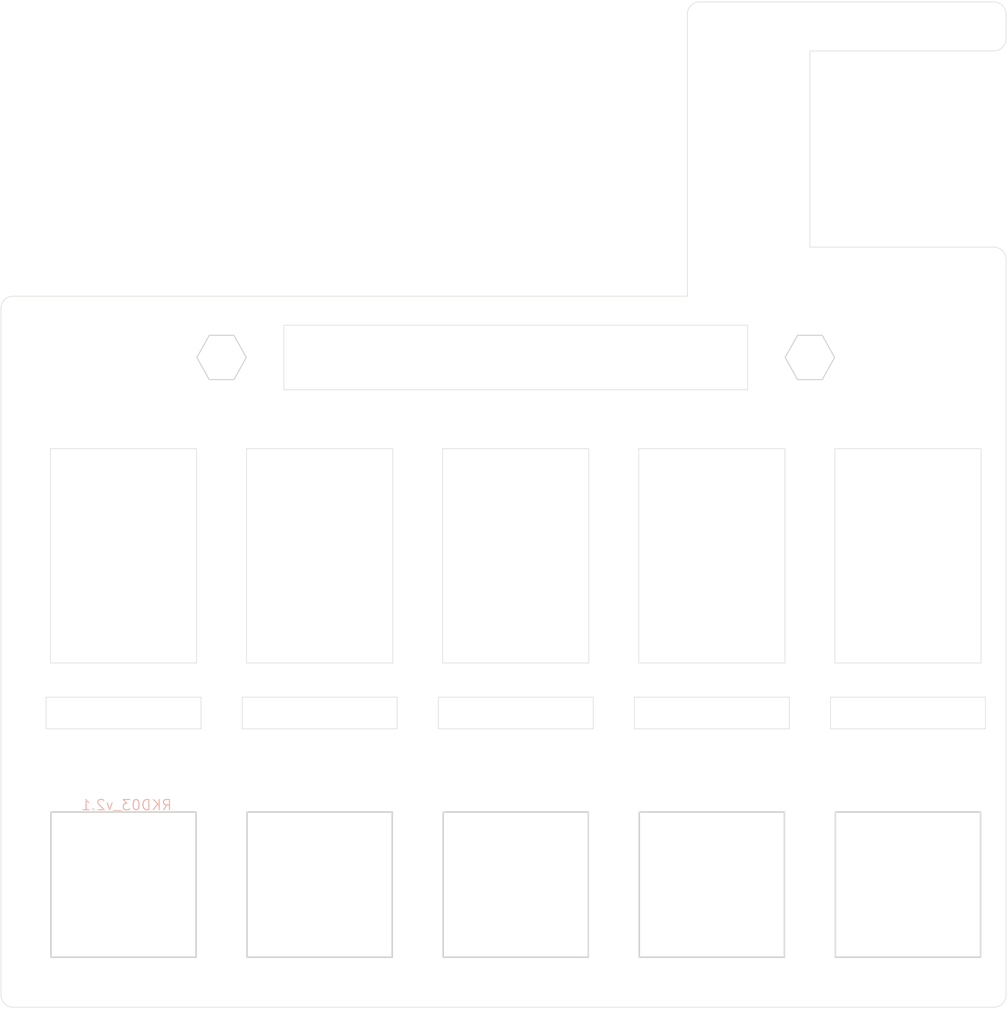
<source format=kicad_pcb>
(kicad_pcb (version 20240108) (generator "pcbnew") (generator_version "8.0")
  (layers (0 "F.Cu" signal) (31 "B.Cu" signal) (34 "B.Paste" user) (35 "F.Paste" user) (36 "B.SilkS" user "B.Silkscreen") (37 "F.SilkS" user "F.Silkscreen") (38 "B.Mask" user) (39 "F.Mask" user) (44 "Edge.Cuts" user))
  (net 0 "")
  (footprint "Rikkodo_FootPrint:rkd_KeyHall_6wx45_Cinderella" (layer "F.Cu") (at 92.86875 51.196875)
    (property "Reference" "LED3" (hide yes))
    (property "Value" "LED_SK6812MINI-E" (hide yes))
    (fp_line (start -22.525 3.1375) (end -22.525 -3.1375) (stroke (width 0.05)) (layer "Edge.Cuts"))
    (fp_line (start 22.525 -3.1375) (end -22.525 -3.1375) (stroke (width 0.05)) (layer "Edge.Cuts"))
    (fp_line (start 22.525 -3.1375) (end 22.525 3.1375) (stroke (width 0.05)) (layer "Edge.Cuts"))
    (fp_line (start 22.525 3.1375) (end -22.525 3.1375) (stroke (width 0.05)) (layer "Edge.Cuts"))
  )
  (footprint "kbd_Hole:m2_Screw_Hole" (layer "F.Cu") (at 121.44375 85.725)
    (property "Reference" "Ref**")
    (property "Value" "Val**")
    (pad "" np_thru_hole circle (at 0 0) (size 2.2 2.2) (drill 2.2) (layers "*.Cu" "*.Mask"))
  )
  (footprint "kbd_Hole:m2_Screw_Hole" (layer "F.Cu") (at 138.1125 111.91875)
    (property "Reference" "Ref**")
    (property "Value" "Val**")
    (pad "" np_thru_hole circle (at 0 0) (size 2.2 2.2) (drill 2.2) (layers "*.Cu" "*.Mask"))
  )
  (footprint "kbd_Hole:m2_Screw_Hole" (layer "F.Cu") (at 45.24375 111.91875)
    (property "Reference" "Ref**")
    (property "Value" "Val**")
    (pad "" np_thru_hole circle (at 0 0) (size 2.2 2.2) (drill 2.2) (layers "*.Cu" "*.Mask"))
  )
  (footprint "kbd_SW_Hole:SW_Hole_1u" (layer "F.Cu") (at 73.8188 102.3937)
    (property "Reference" "SW4" (hide yes))
    (property "Value" "SW_Push" (hide yes))
    (fp_line (start -7.05 -7.05) (end 7.05 -7.05) (stroke (width 0.15)) (layer "Edge.Cuts"))
    (fp_line (start -7.05 7.05) (end -7.05 -7.05) (stroke (width 0.15)) (layer "Edge.Cuts"))
    (fp_line (start 7.05 -7.05) (end 7.05 7.05) (stroke (width 0.15)) (layer "Edge.Cuts"))
    (fp_line (start 7.05 7.05) (end -7.05 7.05) (stroke (width 0.15)) (layer "Edge.Cuts"))
  )
  (footprint "kbd_SW_Hole:SW_Hole_1u" (layer "F.Cu") (at 92.8688 102.3937)
    (property "Reference" "SW6" (hide yes))
    (property "Value" "SW_Push" (hide yes))
    (fp_line (start -7.05 -7.05) (end 7.05 -7.05) (stroke (width 0.15)) (layer "Edge.Cuts"))
    (fp_line (start -7.05 7.05) (end -7.05 -7.05) (stroke (width 0.15)) (layer "Edge.Cuts"))
    (fp_line (start 7.05 -7.05) (end 7.05 7.05) (stroke (width 0.15)) (layer "Edge.Cuts"))
    (fp_line (start 7.05 7.05) (end -7.05 7.05) (stroke (width 0.15)) (layer "Edge.Cuts"))
  )
  (footprint "Rikkodo_FootPrint:rkd_Point_Screw_Hall" (layer "F.Cu") (at 130.96875 30.95625)
    (property "Reference" "Point1" (hide yes))
    (property "Value" "PointScrewHall" (hide yes))
    (pad "" np_thru_hole circle (at -7.25 -12) (size 2.2 2.2) (drill 2.2) (layers "*.Cu" "*.Mask"))
    (pad "" np_thru_hole circle (at -7.25 12) (size 2.2 2.2) (drill 2.2) (layers "*.Cu" "*.Mask"))
    (pad "" np_thru_hole circle (at 7.25 -12) (size 2.2 2.2) (drill 2.2) (layers "*.Cu" "*.Mask"))
    (pad "" np_thru_hole circle (at 7.25 12) (size 2.2 2.2) (drill 2.2) (layers "*.Cu" "*.Mask"))
  )
  (footprint "kbd_Hole:m2_Screw_Hole" (layer "F.Cu") (at 128.5875 51.196875)
    (property "Reference" "Ref**")
    (property "Value" "Val**")
    (pad "" np_thru_hole circle (at 0 0) (size 2.2 2.2) (drill 2.2) (layers "*.Cu" "*.Mask"))
  )
  (footprint "kbd_SW_Hole:SW_Hole_1u" (layer "F.Cu") (at 130.9688 102.3937)
    (property "Reference" "SW10" (hide yes))
    (property "Value" "SW_Push" (hide yes))
    (fp_line (start -7.05 -7.05) (end 7.05 -7.05) (stroke (width 0.15)) (layer "Edge.Cuts"))
    (fp_line (start -7.05 7.05) (end -7.05 -7.05) (stroke (width 0.15)) (layer "Edge.Cuts"))
    (fp_line (start 7.05 -7.05) (end 7.05 7.05) (stroke (width 0.15)) (layer "Edge.Cuts"))
    (fp_line (start 7.05 7.05) (end -7.05 7.05) (stroke (width 0.15)) (layer "Edge.Cuts"))
  )
  (footprint "kbd_Hole:m2_Screw_Hole" (layer "F.Cu") (at 64.29375 84.534375)
    (property "Reference" "Ref**")
    (property "Value" "Val**")
    (pad "" np_thru_hole circle (at 0 0) (size 2.2 2.2) (drill 2.2) (layers "*.Cu" "*.Mask"))
  )
  (footprint "kbd_SW_Hole:SW_Hole_1u" (layer "F.Cu") (at 54.7688 102.3937)
    (property "Reference" "SW2" (hide yes))
    (property "Value" "SW_Push" (hide yes))
    (fp_line (start -7.05 -7.05) (end 7.05 -7.05) (stroke (width 0.15)) (layer "Edge.Cuts"))
    (fp_line (start -7.05 7.05) (end -7.05 -7.05) (stroke (width 0.15)) (layer "Edge.Cuts"))
    (fp_line (start 7.05 -7.05) (end 7.05 7.05) (stroke (width 0.15)) (layer "Edge.Cuts"))
    (fp_line (start 7.05 7.05) (end -7.05 7.05) (stroke (width 0.15)) (layer "Edge.Cuts"))
  )
  (footprint "kbd_SW_Hole:SW_Hole_1u" (layer "F.Cu") (at 111.9188 102.3937)
    (property "Reference" "SW8" (hide yes))
    (property "Value" "SW_Push" (hide yes))
    (fp_line (start -7.05 -7.05) (end 7.05 -7.05) (stroke (width 0.15)) (layer "Edge.Cuts"))
    (fp_line (start -7.05 7.05) (end -7.05 -7.05) (stroke (width 0.15)) (layer "Edge.Cuts"))
    (fp_line (start 7.05 -7.05) (end 7.05 7.05) (stroke (width 0.15)) (layer "Edge.Cuts"))
    (fp_line (start 7.05 7.05) (end -7.05 7.05) (stroke (width 0.15)) (layer "Edge.Cuts"))
  )
  (footprint "kbd_Hole:m2_Spacer_Hole_hex" (layer "F.Cu") (at 64.29375 51.196875)
    (property "Reference" "Ref**")
    (property "Value" "Val**")
    (fp_line (start -2.4 0) (end -1.2 2.15) (stroke (width 0.1)) (layer "Edge.Cuts"))
    (fp_line (start -1.2 -2.15) (end -2.4 0) (stroke (width 0.1)) (layer "Edge.Cuts"))
    (fp_line (start -1.2 2.15) (end 1.2 2.15) (stroke (width 0.1)) (layer "Edge.Cuts"))
    (fp_line (start 1.2 -2.15) (end -1.2 -2.15) (stroke (width 0.1)) (layer "Edge.Cuts"))
    (fp_line (start 1.2 2.15) (end 2.4 0) (stroke (width 0.1)) (layer "Edge.Cuts"))
    (fp_line (start 2.4 0) (end 1.2 -2.15) (stroke (width 0.1)) (layer "Edge.Cuts"))
  )
  (footprint "kbd_Hole:m2_Screw_Hole" (layer "F.Cu") (at 57.15 51.196875)
    (property "Reference" "Ref**")
    (property "Value" "Val**")
    (pad "" np_thru_hole circle (at 0 0) (size 2.2 2.2) (drill 2.2) (layers "*.Cu" "*.Mask"))
  )
  (footprint "kbd_Hole:m2_Screw_Hole" (layer "F.Cu") (at 45.24375 47.625)
    (property "Reference" "Ref**")
    (property "Value" "Val**")
    (pad "" np_thru_hole circle (at 0 0) (size 2.2 2.2) (drill 2.2) (layers "*.Cu" "*.Mask"))
  )
  (footprint "kbd_Hole:m2_Screw_Hole" (layer "F.Cu") (at 121.44375 84.534375)
    (property "Reference" "Ref**")
    (property "Value" "Val**")
    (pad "" np_thru_hole circle (at 0 0) (size 2.2 2.2) (drill 2.2) (layers "*.Cu" "*.Mask"))
  )
  (footprint "kbd_Hole:m2_Screw_Hole" (layer "F.Cu") (at 138.1125 47.625)
    (property "Reference" "Ref**")
    (property "Value" "Val**")
    (pad "" np_thru_hole circle (at 0 0) (size 2.2 2.2) (drill 2.2) (layers "*.Cu" "*.Mask"))
  )
  (footprint "kbd_Hole:m2_Spacer_Hole_hex" (layer "F.Cu") (at 121.44375 51.196875)
    (property "Reference" "Ref**")
    (property "Value" "Val**")
    (fp_line (start -2.4 0) (end -1.2 2.15) (stroke (width 0.1)) (layer "Edge.Cuts"))
    (fp_line (start -1.2 -2.15) (end -2.4 0) (stroke (width 0.1)) (layer "Edge.Cuts"))
    (fp_line (start -1.2 2.15) (end 1.2 2.15) (stroke (width 0.1)) (layer "Edge.Cuts"))
    (fp_line (start 1.2 -2.15) (end -1.2 -2.15) (stroke (width 0.1)) (layer "Edge.Cuts"))
    (fp_line (start 1.2 2.15) (end 2.4 0) (stroke (width 0.1)) (layer "Edge.Cuts"))
    (fp_line (start 2.4 0) (end 1.2 -2.15) (stroke (width 0.1)) (layer "Edge.Cuts"))
  )
  (footprint "kbd_Hole:m2_Screw_Hole" (layer "F.Cu") (at 64.29375 85.725)
    (property "Reference" "Ref**")
    (property "Value" "Val**")
    (pad "" np_thru_hole circle (at 0 0) (size 2.2 2.2) (drill 2.2) (layers "*.Cu" "*.Mask"))
  )
  (footprint "Rikkodo_FootPrint:rkd_KeyHall_3wx15" (layer "B.Cu") (at 111.9188 85.725 180)
    (property "Reference" "LED4" (hide yes))
    (property "Value" "LED_SK6812MINI-E" (hide yes))
    (fp_line (start 7.525 -1.5375) (end 7.525 1.5375) (stroke (width 0.05)) (layer "Edge.Cuts"))
    (fp_line (start -7.525 1.5375) (end 7.525 1.5375) (stroke (width 0.05)) (layer "Edge.Cuts"))
    (fp_line (start -7.525 1.5375) (end -7.525 -1.5375) (stroke (width 0.05)) (layer "Edge.Cuts"))
    (fp_line (start -7.525 -1.5375) (end 7.525 -1.5375) (stroke (width 0.05)) (layer "Edge.Cuts"))
  )
  (footprint "Rikkodo_FootPrint:rkd_KeyHall_3wx15" (layer "B.Cu") (at 73.8188 85.7251 180)
    (property "Reference" "LED2" (hide yes))
    (property "Value" "LED_SK6812MINI-E" (hide yes))
    (fp_line (start 7.525 -1.5375) (end 7.525 1.5375) (stroke (width 0.05)) (layer "Edge.Cuts"))
    (fp_line (start -7.525 1.5375) (end 7.525 1.5375) (stroke (width 0.05)) (layer "Edge.Cuts"))
    (fp_line (start -7.525 1.5375) (end -7.525 -1.5375) (stroke (width 0.05)) (layer "Edge.Cuts"))
    (fp_line (start -7.525 -1.5375) (end 7.525 -1.5375) (stroke (width 0.05)) (layer "Edge.Cuts"))
  )
  (footprint "Rikkodo_FootPrint:rkd_KeyHall_3wx15" (layer "B.Cu") (at 92.8688 85.725 180)
    (property "Reference" "LED3" (hide yes))
    (property "Value" "LED_SK6812MINI-E" (hide yes))
    (fp_line (start 7.525 -1.5375) (end 7.525 1.5375) (stroke (width 0.05)) (layer "Edge.Cuts"))
    (fp_line (start -7.525 1.5375) (end 7.525 1.5375) (stroke (width 0.05)) (layer "Edge.Cuts"))
    (fp_line (start -7.525 1.5375) (end -7.525 -1.5375) (stroke (width 0.05)) (layer "Edge.Cuts"))
    (fp_line (start -7.525 -1.5375) (end 7.525 -1.5375) (stroke (width 0.05)) (layer "Edge.Cuts"))
  )
  (footprint "Rikkodo_FootPrint:rkd_KeyHall_3wx15" (layer "B.Cu") (at 130.9688 85.725 180)
    (property "Reference" "LED5" (hide yes))
    (property "Value" "LED_SK6812MINI-E" (hide yes))
    (fp_line (start 7.525 -1.5375) (end 7.525 1.5375) (stroke (width 0.05)) (layer "Edge.Cuts"))
    (fp_line (start -7.525 1.5375) (end 7.525 1.5375) (stroke (width 0.05)) (layer "Edge.Cuts"))
    (fp_line (start -7.525 1.5375) (end -7.525 -1.5375) (stroke (width 0.05)) (layer "Edge.Cuts"))
    (fp_line (start -7.525 -1.5375) (end 7.525 -1.5375) (stroke (width 0.05)) (layer "Edge.Cuts"))
  )
  (footprint "Rikkodo_FootPrint:rkd_KeyHall_3wx15" (layer "B.Cu") (at 54.7688 85.7251 180)
    (property "Reference" "LED1" (hide yes))
    (property "Value" "LED_SK6812MINI-E" (hide yes))
    (fp_line (start 7.525 -1.5375) (end 7.525 1.5375) (stroke (width 0.05)) (layer "Edge.Cuts"))
    (fp_line (start -7.525 1.5375) (end 7.525 1.5375) (stroke (width 0.05)) (layer "Edge.Cuts"))
    (fp_line (start -7.525 1.5375) (end -7.525 -1.5375) (stroke (width 0.05)) (layer "Edge.Cuts"))
    (fp_line (start -7.525 -1.5375) (end 7.525 -1.5375) (stroke (width 0.05)) (layer "Edge.Cuts"))
  )
  (gr_arc (start 140.493775 113.10935) (mid 140.145059 113.951274) (end 139.30315 114.299975) (stroke (width 0.05)) (layer "Edge.Cuts"))
  (gr_line (start 99.9688 80.86875) (end 99.9688 60.0562) (stroke (width 0.05)) (layer "Edge.Cuts"))
  (gr_line (start 139.3125 16.66875) (end 110.728125 16.66875) (stroke (width 0.05)) (layer "Edge.Cuts"))
  (gr_line (start 99.9688 60.0562) (end 85.7688 60.0562) (stroke (width 0.05)) (layer "Edge.Cuts"))
  (gr_line (start 119.0188 60.0562) (end 104.8188 60.0562) (stroke (width 0.05)) (layer "Edge.Cuts"))
  (gr_line (start 66.7188 80.8687) (end 66.7188 60.0562) (stroke (width 0.05)) (layer "Edge.Cuts"))
  (gr_line (start 42.86255 46.43435) (end 42.862525 113.10935) (stroke (width 0.05)) (layer "Edge.Cuts"))
  (gr_line (start 80.9188 60.0562) (end 80.9188 80.8687) (stroke (width 0.05)) (layer "Edge.Cuts"))
  (gr_arc (start 42.86255 46.43435) (mid 43.211279 45.592494) (end 44.05315 45.24375) (stroke (width 0.05)) (layer "Edge.Cuts"))
  (gr_line (start 139.303125 21.431231) (end 121.44375 21.43125) (stroke (width 0.05)) (layer "Edge.Cuts"))
  (gr_line (start 80.9188 80.8687) (end 66.7188 80.8687) (stroke (width 0.05)) (layer "Edge.Cuts"))
  (gr_line (start 47.66875 60.05625) (end 47.66875 80.8687) (stroke (width 0.05)) (layer "Edge.Cuts"))
  (gr_line (start 140.49375 41.67185) (end 140.493775 113.10935) (stroke (width 0.05)) (layer "Edge.Cuts"))
  (gr_arc (start 139.303125 40.481225) (mid 140.14503 40.829945) (end 140.49375 41.67185) (stroke (width 0.05)) (layer "Edge.Cuts"))
  (gr_arc (start 44.05315 114.299975) (mid 43.211244 113.951256) (end 42.862525 113.10935) (stroke (width 0.05)) (layer "Edge.Cuts"))
  (gr_line (start 109.5375 17.859375) (end 109.5375 45.24375) (stroke (width 0.05)) (layer "Edge.Cuts"))
  (gr_line (start 140.503125 17.859375) (end 140.49375 20.240606) (stroke (width 0.05)) (layer "Edge.Cuts"))
  (gr_line (start 138.0688 60.0562) (end 138.0688 80.86875) (stroke (width 0.05)) (layer "Edge.Cuts"))
  (gr_line (start 109.5375 45.24375) (end 44.05315 45.24375) (stroke (width 0.05)) (layer "Edge.Cuts"))
  (gr_line (start 47.66875 80.8687) (end 61.86875 80.8687) (stroke (width 0.05)) (layer "Edge.Cuts"))
  (gr_line (start 85.7688 60.0562) (end 85.7688 80.86875) (stroke (width 0.05)) (layer "Edge.Cuts"))
  (gr_arc (start 140.49375 20.240606) (mid 140.14503 21.082511) (end 139.303125 21.431231) (stroke (width 0.05)) (layer "Edge.Cuts"))
  (gr_line (start 121.44375 40.48125) (end 121.44375 21.43125) (stroke (width 0.05)) (layer "Edge.Cuts"))
  (gr_line (start 66.7188 60.0562) (end 80.9188 60.0562) (stroke (width 0.05)) (layer "Edge.Cuts"))
  (gr_line (start 104.8188 60.0562) (end 104.8188 80.86875) (stroke (width 0.05)) (layer "Edge.Cuts"))
  (gr_line (start 61.86875 60.05625) (end 47.66875 60.05625) (stroke (width 0.05)) (layer "Edge.Cuts"))
  (gr_line (start 119.0188 60.0562) (end 119.0188 80.86875) (stroke (width 0.05)) (layer "Edge.Cuts"))
  (gr_line (start 44.05315 114.299975) (end 139.30315 114.299975) (stroke (width 0.05)) (layer "Edge.Cuts"))
  (gr_line (start 123.8688 60.0562) (end 138.0688 60.0562) (stroke (width 0.05)) (layer "Edge.Cuts"))
  (gr_arc (start 139.3125 16.66875) (mid 140.154399 17.017476) (end 140.503125 17.859375) (stroke (width 0.05)) (layer "Edge.Cuts"))
  (gr_line (start 123.8688 60.0562) (end 123.8688 80.86875) (stroke (width 0.05)) (layer "Edge.Cuts"))
  (gr_line (start 119.0188 80.86875) (end 104.8188 80.86875) (stroke (width 0.05)) (layer "Edge.Cuts"))
  (gr_arc (start 109.5375 17.859375) (mid 109.886226 17.017476) (end 110.728125 16.66875) (stroke (width 0.05)) (layer "Edge.Cuts"))
  (gr_line (start 121.44375 40.48125) (end 139.303125 40.481225) (stroke (width 0.05)) (layer "Edge.Cuts"))
  (gr_line (start 123.8688 80.86875) (end 138.0688 80.86875) (stroke (width 0.05)) (layer "Edge.Cuts"))
  (gr_line (start 85.7688 80.86875) (end 99.9688 80.86875) (stroke (width 0.05)) (layer "Edge.Cuts"))
  (gr_line (start 61.86875 80.8687) (end 61.86875 60.05625) (stroke (width 0.05)) (layer "Edge.Cuts"))
  (gr_text "RKD03_v2.1" (at 59.53125 95.25 0) (layer "B.SilkS") (effects (font (size 1 1) (thickness 0.1)) (justify left bottom mirror)))
)
</source>
